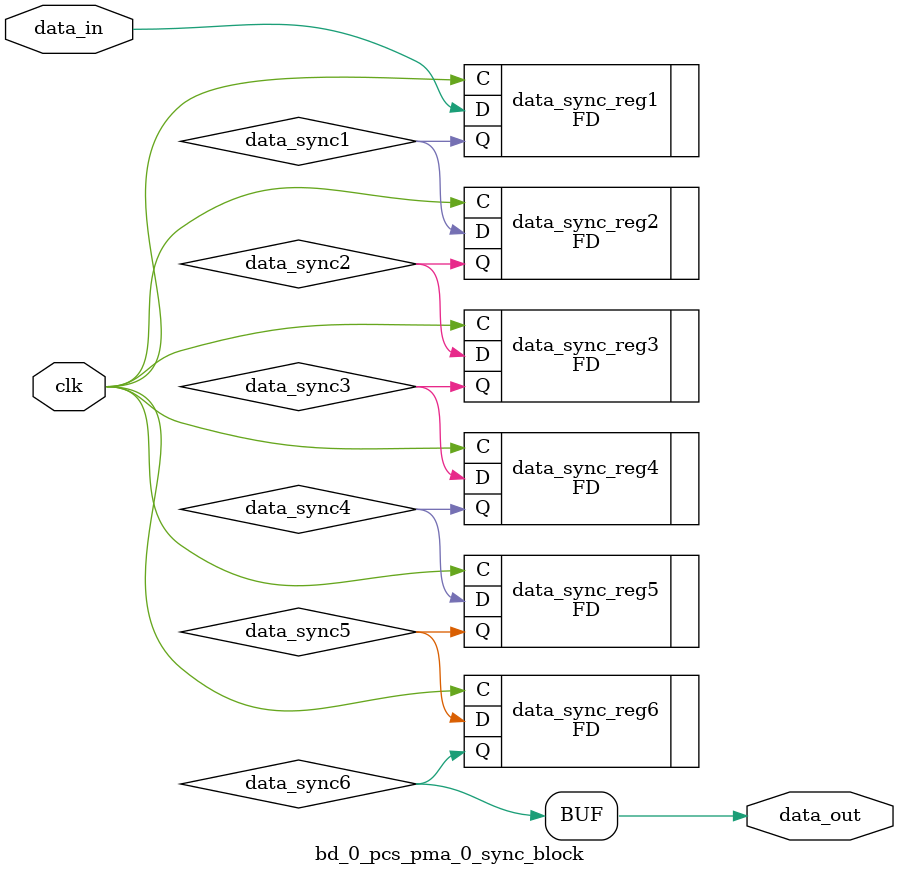
<source format=v>

`timescale 1ps / 1ps

module bd_0_pcs_pma_0_sync_block #(
  parameter INITIALISE = 2'b00
)
(
  input        clk,              // clock to be sync'ed to
  input        data_in,          // Data to be 'synced'
  output       data_out          // synced data
);

  // Internal Signals
  wire data_sync1;
  wire data_sync2;
  wire data_sync3;
  wire data_sync4;
  wire data_sync5;
  wire data_sync6;


  (* shreg_extract = "no", ASYNC_REG = "TRUE" *)
  FD #(
    .INIT (INITIALISE[0])
  ) data_sync_reg1 (
    .C  (clk),
    .D  (data_in),
    .Q  (data_sync1)
  );


  (* shreg_extract = "no", ASYNC_REG = "TRUE" *)
  FD #(
   .INIT (INITIALISE[1])
  ) data_sync_reg2 (
  .C  (clk),
  .D  (data_sync1),
  .Q  (data_sync2)
  );


  (* shreg_extract = "no", ASYNC_REG = "TRUE" *)
  FD #(
   .INIT (INITIALISE[1])
  ) data_sync_reg3 (
  .C  (clk),
  .D  (data_sync2),
  .Q  (data_sync3)
  );

  (* shreg_extract = "no", ASYNC_REG = "TRUE" *)
  FD #(
   .INIT (INITIALISE[1])
  ) data_sync_reg4 (
  .C  (clk),
  .D  (data_sync3),
  .Q  (data_sync4)
  );

  (* shreg_extract = "no", ASYNC_REG = "TRUE" *)
  FD #(
   .INIT (INITIALISE[1])
  ) data_sync_reg5 (
  .C  (clk),
  .D  (data_sync4),
  .Q  (data_sync5)
  );

  (* shreg_extract = "no", ASYNC_REG = "TRUE" *)
  FD #(
   .INIT (INITIALISE[1])
  ) data_sync_reg6 (
  .C  (clk),
  .D  (data_sync5),
  .Q  (data_sync6)
  );
  assign data_out = data_sync6;


endmodule



</source>
